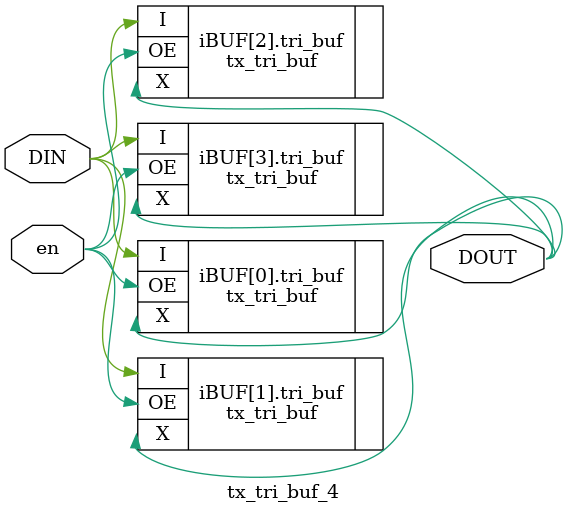
<source format=sv>
module tx_tri_buf_4(
    input wire logic DIN,
    input wire logic en,
    output wire logic DOUT 
);
		generate
			for (genvar i=0; i<4; i=i+1) begin: iBUF
			tx_tri_buf tri_buf (
		        // user-provided signals
		        .I(DIN), // Input
		        .X(DOUT), // Output
		        .OE(en) 
	        );
			end
		endgenerate
			
endmodule
</source>
